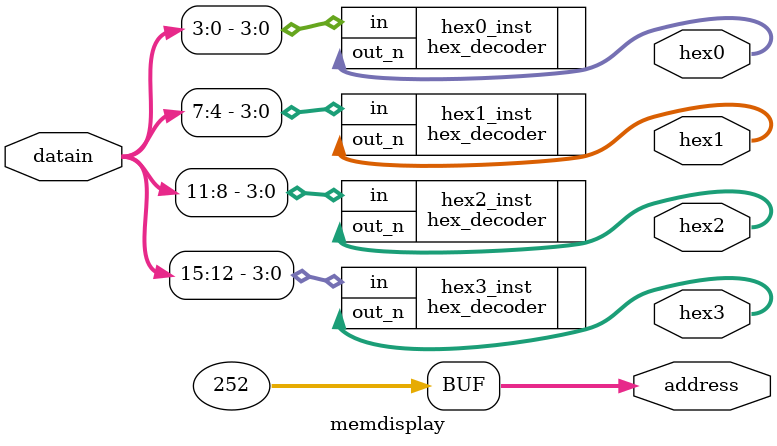
<source format=sv>

module memdisplay (
  output wire [31:0] address,
  input wire [31:0] datain,
  output wire [6:0] hex0,
  output wire [6:0] hex1,
  output wire [6:0] hex2,
  output wire [6:0] hex3
);

// Always read/display from adderss 252
//assign address = 32'd252;
assign address = 32'd4 * 63;

// Output the low-oder bits of the data at
// address 63 to the four hex displays
hex_decoder hex3_inst (
  .in (datain[15:12]),
  .out_n (hex3)
);

hex_decoder hex2_inst (
  .in (datain[11:8]),
  .out_n (hex2)
);

hex_decoder hex1_inst (
  .in (datain[7:4]),
  .out_n (hex1)
);

hex_decoder hex0_inst (
  .in (datain[3:0]),
  .out_n (hex0)
);

endmodule

</source>
